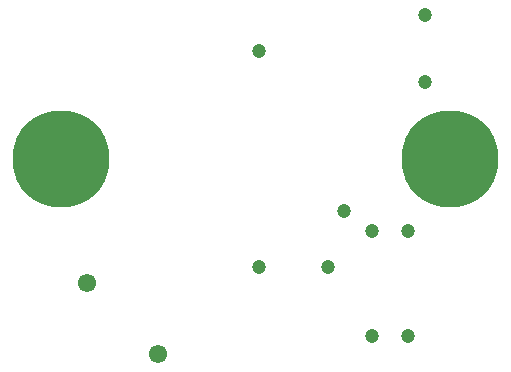
<source format=gts>
G04*
G04 #@! TF.GenerationSoftware,Altium Limited,Altium Designer,20.1.8 (145)*
G04*
G04 Layer_Color=8388736*
%FSTAX43Y43*%
%MOMM*%
G71*
G04*
G04 #@! TF.SameCoordinates,7F49C3F1-04F9-482F-9C58-12B171E084D3*
G04*
G04*
G04 #@! TF.FilePolarity,Negative*
G04*
G01*
G75*
%ADD13C,1.553*%
%ADD14C,1.203*%
%ADD15C,8.203*%
D13*
X0091743Y0058504D02*
D03*
X0085755Y0064484D02*
D03*
D14*
X0114375Y0081525D02*
D03*
Y0087175D02*
D03*
X0100325Y0084175D02*
D03*
X0107475Y0070625D02*
D03*
X0112875Y0068888D02*
D03*
X0109825D02*
D03*
X0112875Y0060012D02*
D03*
X0109825D02*
D03*
X0106175Y0065875D02*
D03*
X0100325D02*
D03*
D15*
X00835Y0075D02*
D03*
X01165D02*
D03*
M02*

</source>
